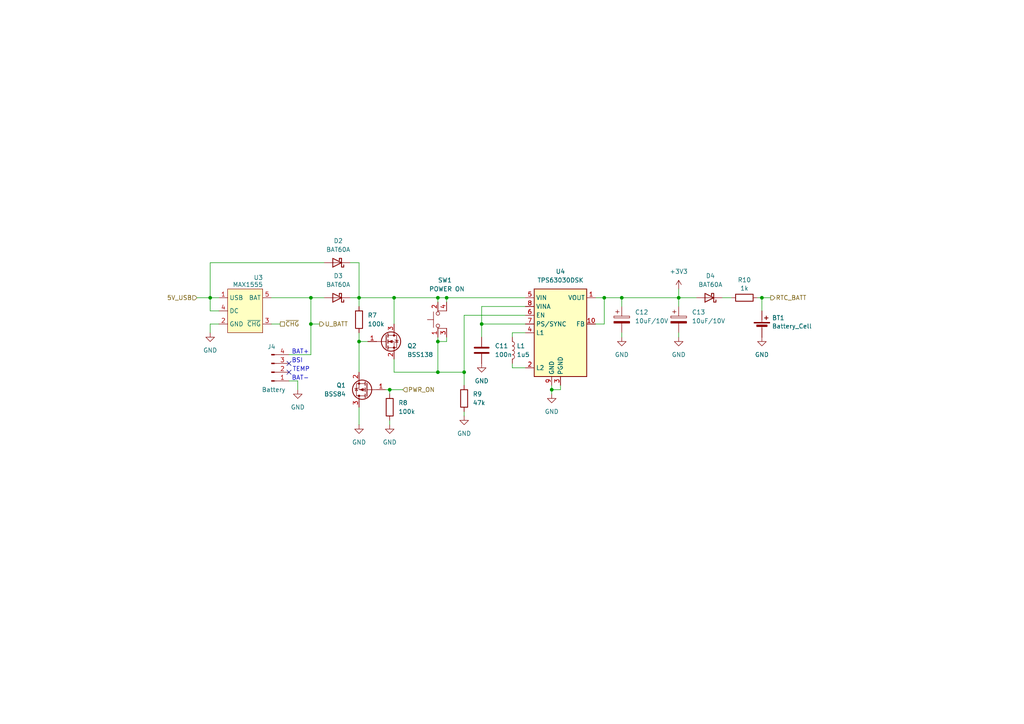
<source format=kicad_sch>
(kicad_sch (version 20231120) (generator "eeschema") (generator_version "8.0")
  (paper "A4")
  (title_block (title "Mainboard replacement for Nokia 3310") (date "25-10-2024") (rev "Rev A") (company "M17 Project") (comment 1 "Wojciech Kaczmarski, SP5WWP"))
  (lib_symbols
    (symbol "Connector:Conn_01x04_Pin" (pin_names (offset 1.016) hide)
      (property "Reference" "J" (at 0 5.08 0))
      (property "Value" "Conn_01x04_Pin" (at 0 -7.62 0))
      (symbol "Conn_01x04_Pin_1_1"
        (polyline (pts (xy 1.27 -5.08) (xy 0.8636 -5.08)) (stroke (width 0.1524)))
        (polyline (pts (xy 1.27 -2.54) (xy 0.8636 -2.54)) (stroke (width 0.1524)))
        (polyline (pts (xy 1.27 0) (xy 0.8636 0)) (stroke (width 0.1524)))
        (polyline (pts (xy 1.27 2.54) (xy 0.8636 2.54)) (stroke (width 0.1524)))
        (rectangle (start 0.8636 -4.953) (end 0 -5.207) (stroke (width 0.1524)) (fill (type outline)))
        (rectangle (start 0.8636 -2.413) (end 0 -2.667) (stroke (width 0.1524)) (fill (type outline)))
        (rectangle (start 0.8636 0.127) (end 0 -0.127) (stroke (width 0.1524)) (fill (type outline)))
        (rectangle (start 0.8636 2.667) (end 0 2.413) (stroke (width 0.1524)) (fill (type outline)))
        (pin passive line (at 5.08 2.54 180) (length 3.81) (name "Pin_1") (number "1"))
        (pin passive line (at 5.08 0 180) (length 3.81) (name "Pin_2") (number "2"))
        (pin passive line (at 5.08 -2.54 180) (length 3.81) (name "Pin_3") (number "3"))
        (pin passive line (at 5.08 -5.08 180) (length 3.81) (name "Pin_4") (number "4"))
      )
    )
    (symbol "Device:Battery_Cell" (pin_numbers hide) (pin_names (offset 0) hide)
      (property "Reference" "BT" (at 2.54 2.54 0))
      (property "Value" "Battery_Cell" (at 2.54 0 0))
      (symbol "Battery_Cell_0_1"
        (rectangle (start -2.286 1.778) (end 2.286 1.524) (fill (type outline)))
        (rectangle (start -1.524 1.016) (end 1.524 0.508) (fill (type outline)))
        (polyline (pts (xy 0 0.762) (xy 0 0)))
        (polyline (pts (xy 0 1.778) (xy 0 2.54)))
        (polyline (pts (xy 0.762 3.048) (xy 1.778 3.048)) (stroke (width 0.254)))
        (polyline (pts (xy 1.27 3.556) (xy 1.27 2.54)) (stroke (width 0.254)))
      )
      (symbol "Battery_Cell_1_1"
        (pin passive line (at 0 5.08 270) (length 2.54) (name "+") (number "1"))
        (pin passive line (at 0 -2.54 90) (length 2.54) (name "-") (number "2"))
      )
    )
    (symbol "Device:C" (pin_numbers hide) (pin_names (offset 0.254))
      (property "Reference" "C" (at 0.635 2.54 0))
      (property "Value" "C" (at 0.635 -2.54 0))
      (symbol "C_0_1"
        (polyline (pts (xy -2.032 -0.762) (xy 2.032 -0.762)) (stroke (width 0.508)))
        (polyline (pts (xy -2.032 0.762) (xy 2.032 0.762)) (stroke (width 0.508)))
      )
      (symbol "C_1_1"
        (pin passive line (at 0 3.81 270) (length 2.794) (name "~") (number "1"))
        (pin passive line (at 0 -3.81 90) (length 2.794) (name "~") (number "2"))
      )
    )
    (symbol "Device:C_Polarized" (pin_numbers hide) (pin_names (offset 0.254))
      (property "Reference" "C" (at 0.635 2.54 0))
      (property "Value" "C_Polarized" (at 0.635 -2.54 0))
      (symbol "C_Polarized_0_1"
        (rectangle (start -2.286 0.508) (end 2.286 1.016))
        (polyline (pts (xy -1.778 2.286) (xy -0.762 2.286)))
        (polyline (pts (xy -1.27 2.794) (xy -1.27 1.778)))
        (rectangle (start 2.286 -0.508) (end -2.286 -1.016) (fill (type outline)))
      )
      (symbol "C_Polarized_1_1"
        (pin passive line (at 0 3.81 270) (length 2.794) (name "~") (number "1"))
        (pin passive line (at 0 -3.81 90) (length 2.794) (name "~") (number "2"))
      )
    )
    (symbol "Device:L" (pin_numbers hide) (pin_names (offset 1.016) hide)
      (property "Reference" "L" (at -1.27 0 90))
      (property "Value" "L" (at 1.905 0 90))
      (symbol "L_0_1"
        (arc (start 0 -2.54) (mid 0.6323 -1.905) (end 0 -1.27))
        (arc (start 0 -1.27) (mid 0.6323 -0.635) (end 0 0))
        (arc (start 0 0) (mid 0.6323 0.635) (end 0 1.27))
        (arc (start 0 1.27) (mid 0.6323 1.905) (end 0 2.54))
      )
      (symbol "L_1_1"
        (pin passive line (at 0 3.81 270) (length 1.27) (name "1") (number "1"))
        (pin passive line (at 0 -3.81 90) (length 1.27) (name "2") (number "2"))
      )
    )
    (symbol "Device:R" (pin_numbers hide) (pin_names (offset 0))
      (property "Reference" "R" (at 2.032 0 90))
      (property "Value" "R" (at 0 0 90))
      (symbol "R_0_1"
        (rectangle (start -1.016 -2.54) (end 1.016 2.54) (stroke (width 0.254)))
      )
      (symbol "R_1_1"
        (pin passive line (at 0 3.81 270) (length 1.27) (name "~") (number "1"))
        (pin passive line (at 0 -3.81 90) (length 1.27) (name "~") (number "2"))
      )
    )
    (symbol "Diode:BAT60A" (pin_numbers hide) (pin_names (offset 1.016) hide)
      (property "Reference" "D" (at 0 2.54 0))
      (property "Value" "BAT60A" (at 0 -2.54 0))
      (symbol "BAT60A_0_1"
        (polyline (pts (xy 1.27 0) (xy -1.27 0)))
        (polyline (pts (xy 1.27 1.27) (xy 1.27 -1.27) (xy -1.27 0) (xy 1.27 1.27)) (stroke (width 0.254)))
        (polyline (pts (xy -1.905 0.635) (xy -1.905 1.27) (xy -1.27 1.27) (xy -1.27 -1.27) (xy -0.635 -1.27) (xy -0.635 -0.635)) (stroke (width 0.254)))
      )
      (symbol "BAT60A_1_1"
        (pin passive line (at -3.81 0 0) (length 2.54) (name "K") (number "1"))
        (pin passive line (at 3.81 0 180) (length 2.54) (name "A") (number "2"))
      )
    )
    (symbol "Parts:MAX1555"
      (property "Reference" "U" (at 5.334 0.508 0))
      (property "Value" "MAX1555" (at 0 -13.97 0))
      (symbol "MAX1555_1_1"
        (rectangle (start -5.08 0) (end 5.08 -12.7) (fill (type background)))
        (pin power_in line (at -7.62 -2.54 0) (length 2.54) (name "USB") (number "1"))
        (pin power_in line (at -7.62 -10.16 0) (length 2.54) (name "GND") (number "2"))
        (pin output line (at 7.62 -10.16 180) (length 2.54) (name "~{CHG}") (number "3"))
        (pin power_in line (at -7.62 -6.35 0) (length 2.54) (name "DC") (number "4"))
        (pin power_out line (at 7.62 -2.54 180) (length 2.54) (name "BAT") (number "5"))
      )
    )
    (symbol "Parts:SW_4_PIN" (pin_names (offset 1.016) hide)
      (property "Reference" "SW" (at 0.635 5.715 0))
      (property "Value" "SW_4_PIN" (at 0 -3.175 0))
      (symbol "SW_4_PIN_0_1"
        (circle (center -1.778 2.54) (radius 0.508))
        (polyline (pts (xy -2.286 3.81) (xy 2.286 3.81)))
        (polyline (pts (xy 0 3.81) (xy 0 5.588)))
        (polyline (pts (xy -2.54 0) (xy -2.54 2.54) (xy -2.286 2.54)))
        (polyline (pts (xy 2.54 0) (xy 2.54 2.54) (xy 2.286 2.54)))
        (circle (center 1.778 2.54) (radius 0.508))
        (pin passive line (at -5.08 2.54 0) (length 2.54) (name "1") (number "1"))
        (pin passive line (at 5.08 2.54 180) (length 2.54) (name "2") (number "2"))
        (pin passive line (at -5.08 0 0) (length 2.54) (name "K") (number "3"))
        (pin passive line (at 5.08 0 180) (length 2.54) (name "A") (number "4"))
      )
    )
    (symbol "Regulator_Switching:TPS63030DSK"
      (property "Reference" "U" (at -7.62 13.97 0))
      (property "Value" "TPS63030DSK" (at 5.08 13.97 0))
      (symbol "TPS63030DSK_0_1"
        (rectangle (start -7.62 12.7) (end 7.62 -12.7) (stroke (width 0.254)) (fill (type background)))
      )
      (symbol "TPS63030DSK_1_1"
        (pin power_out line (at 10.16 10.16 180) (length 2.54) (name "VOUT") (number "1"))
        (pin input line (at 10.16 2.54 180) (length 2.54) (name "FB") (number "10"))
        (pin passive line (at 0 -15.24 90) (length 2.54) hide (name "PGND") (number "11"))
        (pin input line (at -10.16 -10.16 0) (length 2.54) (name "L2") (number "2"))
        (pin power_in line (at 0 -15.24 90) (length 2.54) (name "PGND") (number "3"))
        (pin input line (at -10.16 0 0) (length 2.54) (name "L1") (number "4"))
        (pin power_in line (at -10.16 10.16 0) (length 2.54) (name "VIN") (number "5"))
        (pin input line (at -10.16 5.08 0) (length 2.54) (name "EN") (number "6"))
        (pin input line (at -10.16 2.54 0) (length 2.54) (name "PS/SYNC") (number "7"))
        (pin passive line (at -10.16 7.62 0) (length 2.54) (name "VINA") (number "8"))
        (pin power_in line (at -2.54 -15.24 90) (length 2.54) (name "GND") (number "9"))
      )
    )
    (symbol "Transistor_FET:BSS138" (pin_names hide)
      (property "Reference" "Q" (at 5.08 1.905 0))
      (property "Value" "BSS138" (at 5.08 0 0))
      (symbol "BSS138_0_1"
        (polyline (pts (xy 0.254 0) (xy -2.54 0)))
        (polyline (pts (xy 0.254 1.905) (xy 0.254 -1.905)) (stroke (width 0.254)))
        (polyline (pts (xy 0.762 -1.27) (xy 0.762 -2.286)) (stroke (width 0.254)))
        (polyline (pts (xy 0.762 0.508) (xy 0.762 -0.508)) (stroke (width 0.254)))
        (polyline (pts (xy 0.762 2.286) (xy 0.762 1.27)) (stroke (width 0.254)))
        (polyline (pts (xy 2.54 2.54) (xy 2.54 1.778)))
        (polyline (pts (xy 2.54 -2.54) (xy 2.54 0) (xy 0.762 0)))
        (polyline (pts (xy 0.762 -1.778) (xy 3.302 -1.778) (xy 3.302 1.778) (xy 0.762 1.778)))
        (polyline (pts (xy 1.016 0) (xy 2.032 0.381) (xy 2.032 -0.381) (xy 1.016 0)) (fill (type outline)))
        (polyline (pts (xy 2.794 0.508) (xy 2.921 0.381) (xy 3.683 0.381) (xy 3.81 0.254)))
        (polyline (pts (xy 3.302 0.381) (xy 2.921 -0.254) (xy 3.683 -0.254) (xy 3.302 0.381)))
        (circle (center 1.651 0) (radius 2.794) (stroke (width 0.254)))
        (circle (center 2.54 -1.778) (radius 0.254) (fill (type outline)))
        (circle (center 2.54 1.778) (radius 0.254) (fill (type outline)))
      )
      (symbol "BSS138_1_1"
        (pin input line (at -5.08 0 0) (length 2.54) (name "G") (number "1"))
        (pin passive line (at 2.54 -5.08 90) (length 2.54) (name "S") (number "2"))
        (pin passive line (at 2.54 5.08 270) (length 2.54) (name "D") (number "3"))
      )
    )
    (symbol "Transistor_FET:BSS84" (pin_names hide)
      (property "Reference" "Q" (at 5.08 1.905 0))
      (property "Value" "BSS84" (at 5.08 0 0))
      (symbol "BSS84_0_1"
        (polyline (pts (xy 0.254 0) (xy -2.54 0)))
        (polyline (pts (xy 0.254 1.905) (xy 0.254 -1.905)) (stroke (width 0.254)))
        (polyline (pts (xy 0.762 -1.27) (xy 0.762 -2.286)) (stroke (width 0.254)))
        (polyline (pts (xy 0.762 0.508) (xy 0.762 -0.508)) (stroke (width 0.254)))
        (polyline (pts (xy 0.762 2.286) (xy 0.762 1.27)) (stroke (width 0.254)))
        (polyline (pts (xy 2.54 2.54) (xy 2.54 1.778)))
        (polyline (pts (xy 2.54 -2.54) (xy 2.54 0) (xy 0.762 0)))
        (polyline (pts (xy 0.762 1.778) (xy 3.302 1.778) (xy 3.302 -1.778) (xy 0.762 -1.778)))
        (polyline (pts (xy 2.286 0) (xy 1.27 0.381) (xy 1.27 -0.381) (xy 2.286 0)) (fill (type outline)))
        (polyline (pts (xy 2.794 -0.508) (xy 2.921 -0.381) (xy 3.683 -0.381) (xy 3.81 -0.254)))
        (polyline (pts (xy 3.302 -0.381) (xy 2.921 0.254) (xy 3.683 0.254) (xy 3.302 -0.381)))
        (circle (center 1.651 0) (radius 2.794) (stroke (width 0.254)))
        (circle (center 2.54 -1.778) (radius 0.254) (fill (type outline)))
        (circle (center 2.54 1.778) (radius 0.254) (fill (type outline)))
      )
      (symbol "BSS84_1_1"
        (pin input line (at -5.08 0 0) (length 2.54) (name "G") (number "1"))
        (pin passive line (at 2.54 -5.08 90) (length 2.54) (name "S") (number "2"))
        (pin passive line (at 2.54 5.08 270) (length 2.54) (name "D") (number "3"))
      )
    )
    (symbol "power:+3V3" (power) (pin_numbers hide) (pin_names (offset 0) hide)
      (property "Value" "+3V3" (at 0 3.556 0))
      (symbol "+3V3_0_1"
        (polyline (pts (xy -0.762 1.27) (xy 0 2.54)))
        (polyline (pts (xy 0 0) (xy 0 2.54)))
        (polyline (pts (xy 0 2.54) (xy 0.762 1.27)))
      )
      (symbol "+3V3_1_1"
        (pin power_in line (at 0 0 90) (length 0) (name "~") (number "1"))
      )
    )
    (symbol "power:GND" (power) (pin_numbers hide) (pin_names (offset 0) hide)
      (property "Value" "GND" (at 0 -3.81 0))
      (symbol "GND_0_1"
        (polyline (pts (xy 0 0) (xy 0 -1.27) (xy 1.27 -1.27) (xy 0 -2.54) (xy -1.27 -1.27) (xy 0 -1.27)))
      )
      (symbol "GND_1_1"
        (pin power_in line (at 0 0 270) (length 0) (name "~") (number "1"))
      )
    )
  )
  (junction (at 113.03 113.03))
  (junction (at 139.7 93.98))
  (junction (at 134.62 107.95))
  (junction (at 175.26 86.36))
  (junction (at 104.14 99.06))
  (junction (at 127 99.06))
  (junction (at 114.3 86.36))
  (junction (at 160.02 113.03))
  (junction (at 196.85 86.36))
  (junction (at 127 107.95))
  (junction (at 127 86.36))
  (junction (at 220.98 86.36))
  (junction (at 90.17 86.36))
  (junction (at 90.17 93.98))
  (junction (at 60.96 86.36))
  (junction (at 180.34 86.36))
  (junction (at 104.14 86.36))
  (junction (at 129.54 86.36))
  (no_connect (at 83.82 105.41))
  (no_connect (at 83.82 107.95))
  (wire (pts (xy 111.76 113.03) (xy 113.03 113.03)))
  (wire (pts (xy 196.85 86.36) (xy 180.34 86.36)))
  (wire (pts (xy 60.96 86.36) (xy 63.5 86.36)))
  (wire (pts (xy 104.14 86.36) (xy 104.14 76.2)))
  (wire (pts (xy 196.85 86.36) (xy 201.93 86.36)))
  (wire (pts (xy 78.74 86.36) (xy 90.17 86.36)))
  (wire (pts (xy 57.15 86.36) (xy 60.96 86.36)))
  (wire (pts (xy 90.17 102.87) (xy 83.82 102.87)))
  (wire (pts (xy 127 107.95) (xy 134.62 107.95)))
  (wire (pts (xy 90.17 93.98) (xy 90.17 102.87)))
  (wire (pts (xy 148.59 96.52) (xy 148.59 97.79)))
  (wire (pts (xy 152.4 88.9) (xy 139.7 88.9)))
  (wire (pts (xy 127 99.06) (xy 127 107.95)))
  (wire (pts (xy 90.17 86.36) (xy 90.17 93.98)))
  (wire (pts (xy 129.54 97.79) (xy 129.54 99.06)))
  (wire (pts (xy 196.85 83.82) (xy 196.85 86.36)))
  (wire (pts (xy 104.14 86.36) (xy 114.3 86.36)))
  (wire (pts (xy 180.34 86.36) (xy 180.34 88.9)))
  (wire (pts (xy 104.14 99.06) (xy 104.14 107.95)))
  (wire (pts (xy 160.02 113.03) (xy 160.02 114.3)))
  (wire (pts (xy 175.26 93.98) (xy 175.26 86.36)))
  (wire (pts (xy 104.14 76.2) (xy 101.6 76.2)))
  (wire (pts (xy 114.3 86.36) (xy 127 86.36)))
  (wire (pts (xy 60.96 93.98) (xy 60.96 96.52)))
  (wire (pts (xy 113.03 121.92) (xy 113.03 123.19)))
  (wire (pts (xy 196.85 88.9) (xy 196.85 86.36)))
  (wire (pts (xy 106.68 99.06) (xy 104.14 99.06)))
  (wire (pts (xy 175.26 86.36) (xy 172.72 86.36)))
  (wire (pts (xy 162.56 113.03) (xy 160.02 113.03)))
  (wire (pts (xy 162.56 111.76) (xy 162.56 113.03)))
  (wire (pts (xy 63.5 90.17) (xy 60.96 90.17)))
  (wire (pts (xy 219.71 86.36) (xy 220.98 86.36)))
  (wire (pts (xy 152.4 91.44) (xy 134.62 91.44)))
  (wire (pts (xy 127 87.63) (xy 127 86.36)))
  (wire (pts (xy 209.55 86.36) (xy 212.09 86.36)))
  (wire (pts (xy 90.17 86.36) (xy 93.98 86.36)))
  (wire (pts (xy 129.54 87.63) (xy 129.54 86.36)))
  (wire (pts (xy 101.6 86.36) (xy 104.14 86.36)))
  (wire (pts (xy 60.96 76.2) (xy 60.96 86.36)))
  (wire (pts (xy 139.7 93.98) (xy 139.7 97.79)))
  (wire (pts (xy 172.72 93.98) (xy 175.26 93.98)))
  (wire (pts (xy 114.3 86.36) (xy 114.3 93.98)))
  (wire (pts (xy 104.14 99.06) (xy 104.14 96.52)))
  (wire (pts (xy 160.02 111.76) (xy 160.02 113.03)))
  (wire (pts (xy 220.98 86.36) (xy 223.52 86.36)))
  (wire (pts (xy 129.54 86.36) (xy 127 86.36)))
  (wire (pts (xy 196.85 97.79) (xy 196.85 96.52)))
  (wire (pts (xy 152.4 106.68) (xy 148.59 106.68)))
  (wire (pts (xy 93.98 76.2) (xy 60.96 76.2)))
  (wire (pts (xy 129.54 86.36) (xy 152.4 86.36)))
  (wire (pts (xy 113.03 113.03) (xy 116.84 113.03)))
  (wire (pts (xy 180.34 86.36) (xy 175.26 86.36)))
  (wire (pts (xy 148.59 106.68) (xy 148.59 105.41)))
  (wire (pts (xy 113.03 113.03) (xy 113.03 114.3)))
  (wire (pts (xy 86.36 110.49) (xy 86.36 113.03)))
  (wire (pts (xy 139.7 88.9) (xy 139.7 93.98)))
  (wire (pts (xy 104.14 118.11) (xy 104.14 123.19)))
  (wire (pts (xy 134.62 120.65) (xy 134.62 119.38)))
  (wire (pts (xy 114.3 104.14) (xy 114.3 107.95)))
  (wire (pts (xy 114.3 107.95) (xy 127 107.95)))
  (wire (pts (xy 78.74 93.98) (xy 81.28 93.98)))
  (wire (pts (xy 139.7 93.98) (xy 152.4 93.98)))
  (wire (pts (xy 127 99.06) (xy 127 97.79)))
  (wire (pts (xy 180.34 97.79) (xy 180.34 96.52)))
  (wire (pts (xy 90.17 93.98) (xy 92.71 93.98)))
  (wire (pts (xy 134.62 107.95) (xy 134.62 111.76)))
  (wire (pts (xy 220.98 86.36) (xy 220.98 90.17)))
  (wire (pts (xy 134.62 91.44) (xy 134.62 107.95)))
  (wire (pts (xy 83.82 110.49) (xy 86.36 110.49)))
  (wire (pts (xy 152.4 96.52) (xy 148.59 96.52)))
  (wire (pts (xy 104.14 86.36) (xy 104.14 88.9)))
  (wire (pts (xy 63.5 93.98) (xy 60.96 93.98)))
  (wire (pts (xy 60.96 90.17) (xy 60.96 86.36)))
  (wire (pts (xy 129.54 99.06) (xy 127 99.06)))
  (text "BAT+" (at 84.582 102.108 0) (effects (font (size 1.27 1.27)) (justify left)))
  (text "BAT-" (at 84.582 109.728 0) (effects (font (size 1.27 1.27)) (justify left)))
  (text "TEMP" (at 84.836 107.188 0) (effects (font (size 1.27 1.27)) (justify left)))
  (text "BSI" (at 84.582 104.648 0) (effects (font (size 1.27 1.27)) (justify left)))
  (hierarchical_label "RTC_BATT" (shape output) (at 223.52 86.36 0))
  (hierarchical_label "5V_USB" (shape input) (at 57.15 86.36 180))
  (hierarchical_label "~{CHG}" (shape passive) (at 81.28 93.98 0))
  (hierarchical_label "PWR_ON" (shape input) (at 116.84 113.03 0))
  (hierarchical_label "U_BATT" (shape output) (at 92.71 93.98 0))
  (symbol (lib_id "power:GND") (at 196.85 97.79 0) (unit 1)
    (property "Reference" "#PWR032" (effects (hide yes)))
    (property "Value" "GND" (at 196.85 102.87 0))
    (property "Description" "Power symbol creates a global label with name \"GND\" , ground" (effects (hide yes)))
  )
  (symbol (lib_id "Parts:MAX1555") (at 71.12 83.82 0) (unit 1)
    (property "Reference" "U3" (at 74.93 80.518 0))
    (property "Value" "MAX1555" (at 71.882 82.55 0))
    (property "Footprint" "Package_TO_SOT_SMD:TSOT-23-5" (effects (hide yes)))
    (property "PN" "700-MAX1555EZK+T" (effects (hide yes)))
    (property "MPN" "700-MAX1555EZK+T" (effects (hide yes)))
  )
  (symbol (lib_id "Device:R") (at 113.03 118.11 180) (unit 1)
    (property "Reference" "R8" (at 115.5304 116.8399 0) (effects (justify right)))
    (property "Value" "100k" (at 115.5304 119.3799 0) (effects (justify right)))
    (property "Footprint" "Inductor_SMD:L_0805_2012Metric" (effects (hide yes)))
    (property "Description" "Resistor" (effects (hide yes)))
  )
  (symbol (lib_id "power:GND") (at 220.98 97.79 0) (unit 1)
    (property "Reference" "#PWR033" (effects (hide yes)))
    (property "Value" "GND" (at 220.98 102.87 0))
    (property "Description" "Power symbol creates a global label with name \"GND\" , ground" (effects (hide yes)))
  )
  (symbol (lib_id "Regulator_Switching:TPS63030DSK") (at 162.56 96.52 0) (unit 1)
    (property "Reference" "U4" (at 162.56 78.74 0))
    (property "Value" "TPS63030DSK" (at 162.56 81.28 0))
    (property "Footprint" "Package_SON:WSON-10-1EP_2.5x2.5mm_P0.5mm_EP1.2x2mm" (effects (hide yes)))
    (property "Datasheet" "http://www.ti.com/lit/ds/symlink/tps63030.pdf" (effects (hide yes)))
    (property "Description" "Buck-Boost Converter, 1.8-5.5V Input Voltage, 1A Switch Current, Adjustable Output Voltage, VSON-10 (DSK0010A)" (effects (hide yes)))
  )
  (symbol (lib_id "Diode:BAT60A") (at 97.79 76.2 180) (unit 1)
    (property "Reference" "D2" (at 98.1075 69.85 0))
    (property "Value" "BAT60A" (at 98.1075 72.39 0))
    (property "Footprint" "Diode_SMD:D_SOD-323" (effects (hide yes)))
    (property "Datasheet" "https://www.infineon.com/dgdl/Infineon-BAT60ASERIES-DS-v01_01-en.pdf?fileId=db3a304313d846880113def70c9304a9" (effects (hide yes)))
    (property "Description" "10V 3A High Current Recitifier Schottky Diode, SOD-323" (effects (hide yes)))
    (property "PN" "726-BAT60AE6327HTSA1" (effects (hide yes)))
    (property "MPN" "726-BAT60AE6327HTSA1" (effects (hide yes)))
  )
  (symbol (lib_id "Device:R") (at 134.62 115.57 180) (unit 1)
    (property "Reference" "R9" (at 137.1204 114.2999 0) (effects (justify right)))
    (property "Value" "47k" (at 137.1204 116.8399 0) (effects (justify right)))
    (property "Footprint" "Inductor_SMD:L_0805_2012Metric" (effects (hide yes)))
    (property "Description" "Resistor" (effects (hide yes)))
  )
  (symbol (lib_id "Device:L") (at 148.59 101.6 0) (unit 1)
    (property "Reference" "L1" (at 149.86 100.3299 0) (effects (justify left)))
    (property "Value" "1u5" (at 149.86 102.8699 0) (effects (justify left)))
    (property "Footprint" "Inductor_SMD:L_1210_3225Metric" (effects (hide yes)))
    (property "Description" "Inductor" (effects (hide yes)))
    (property "PN" "963-LBC3225T1R5MR" (effects (hide yes)))
    (property "MPN" "963-LBC3225T1R5MR" (effects (hide yes)))
  )
  (symbol (lib_id "Connector:Conn_01x04_Pin") (at 78.74 107.95 0) (mirror x) (unit 1)
    (property "Reference" "J4" (at 78.74 100.584 0))
    (property "Value" "Battery" (at 79.375 113.03 0))
    (property "Description" "Generic connector, single row, 01x04, script generated" (effects (hide yes)))
  )
  (symbol (lib_id "power:GND") (at 104.14 123.19 0) (unit 1)
    (property "Reference" "#PWR025" (effects (hide yes)))
    (property "Value" "GND" (at 104.14 128.27 0))
    (property "Description" "Power symbol creates a global label with name \"GND\" , ground" (effects (hide yes)))
  )
  (symbol (lib_id "Transistor_FET:BSS138") (at 111.76 99.06 0) (unit 1)
    (property "Reference" "Q2" (at 118.11 100.33 0) (effects (justify left)))
    (property "Value" "BSS138" (at 118.11 102.87 0) (effects (justify left)))
    (property "Footprint" "Package_TO_SOT_SMD:SOT-23" (effects (hide yes)))
    (property "Datasheet" "https://www.onsemi.com/pub/Collateral/BSS138-D.PDF" (effects (hide yes)))
    (property "Description" "50V Vds, 0.22A Id, N-Channel MOSFET, SOT-23" (effects (hide yes)))
  )
  (symbol (lib_id "Device:C") (at 139.7 101.6 180) (unit 1)
    (property "Reference" "C11" (at 143.51 100.3299 0) (effects (justify right)))
    (property "Value" "100n" (at 143.51 102.8699 0) (effects (justify right)))
    (property "Footprint" "Capacitor_SMD:C_0805_2012Metric" (effects (hide yes)))
    (property "Description" "Unpolarized capacitor" (effects (hide yes)))
  )
  (symbol (lib_id "power:GND") (at 139.7 105.41 0) (unit 1)
    (property "Reference" "#PWR028" (effects (hide yes)))
    (property "Value" "GND" (at 139.7 110.49 0))
    (property "Description" "Power symbol creates a global label with name \"GND\" , ground" (effects (hide yes)))
  )
  (symbol (lib_id "power:GND") (at 86.36 113.03 0) (unit 1)
    (property "Reference" "#PWR024" (effects (hide yes)))
    (property "Value" "GND" (at 86.36 118.11 0))
    (property "Description" "Power symbol creates a global label with name \"GND\" , ground" (effects (hide yes)))
  )
  (symbol (lib_id "Device:Battery_Cell") (at 220.98 95.25 0) (unit 1)
    (property "Reference" "BT1" (at 223.901 92.1963 0) (effects (justify left)))
    (property "Value" "Battery_Cell" (at 223.901 94.6206 0) (effects (justify left)))
    (property "Description" "Single-cell battery" (effects (hide yes)))
  )
  (symbol (lib_id "power:GND") (at 160.02 114.3 0) (unit 1)
    (property "Reference" "#PWR029" (effects (hide yes)))
    (property "Value" "GND" (at 160.02 119.38 0))
    (property "Description" "Power symbol creates a global label with name \"GND\" , ground" (effects (hide yes)))
  )
  (symbol (lib_id "Diode:BAT60A") (at 97.79 86.36 180) (unit 1)
    (property "Reference" "D3" (at 98.1075 80.01 0))
    (property "Value" "BAT60A" (at 98.1075 82.55 0))
    (property "Footprint" "Diode_SMD:D_SOD-323" (effects (hide yes)))
    (property "Datasheet" "https://www.infineon.com/dgdl/Infineon-BAT60ASERIES-DS-v01_01-en.pdf?fileId=db3a304313d846880113def70c9304a9" (effects (hide yes)))
    (property "Description" "10V 3A High Current Recitifier Schottky Diode, SOD-323" (effects (hide yes)))
    (property "MPN" "726-BAT60AE6327HTSA1" (effects (hide yes)))
    (property "PN" "726-BAT60AE6327HTSA1" (effects (hide yes)))
  )
  (symbol (lib_id "Device:R") (at 104.14 92.71 180) (unit 1)
    (property "Reference" "R7" (at 106.6404 91.4399 0) (effects (justify right)))
    (property "Value" "100k" (at 106.6404 93.9799 0) (effects (justify right)))
    (property "Footprint" "Inductor_SMD:L_0805_2012Metric" (effects (hide yes)))
    (property "Description" "Resistor" (effects (hide yes)))
  )
  (symbol (lib_id "Device:C_Polarized") (at 196.85 92.71 0) (unit 1)
    (property "Reference" "C13" (at 200.66 90.5509 0) (effects (justify left)))
    (property "Value" "10uF/10V" (at 200.66 93.0909 0) (effects (justify left)))
    (property "Footprint" "Capacitor_Tantalum_SMD:CP_EIA-3528-21_Kemet-B" (effects (hide yes)))
    (property "Description" "Polarized capacitor" (effects (hide yes)))
    (property "PN" "581-TAJB106K010SNJ" (effects (hide yes)))
    (property "MPN" "581-TAJB106K010SNJ" (effects (hide yes)))
  )
  (symbol (lib_id "power:GND") (at 134.62 120.65 0) (unit 1)
    (property "Reference" "#PWR027" (effects (hide yes)))
    (property "Value" "GND" (at 134.62 125.73 0))
    (property "Description" "Power symbol creates a global label with name \"GND\" , ground" (effects (hide yes)))
  )
  (symbol (lib_id "power:GND") (at 180.34 97.79 0) (unit 1)
    (property "Reference" "#PWR030" (effects (hide yes)))
    (property "Value" "GND" (at 180.34 102.87 0))
    (property "Description" "Power symbol creates a global label with name \"GND\" , ground" (effects (hide yes)))
  )
  (symbol (lib_id "Diode:BAT60A") (at 205.74 86.36 180) (unit 1)
    (property "Reference" "D4" (at 206.0575 80.01 0))
    (property "Value" "BAT60A" (at 206.0575 82.55 0))
    (property "Footprint" "Diode_SMD:D_SOD-323" (effects (hide yes)))
    (property "Datasheet" "https://www.infineon.com/dgdl/Infineon-BAT60ASERIES-DS-v01_01-en.pdf?fileId=db3a304313d846880113def70c9304a9" (effects (hide yes)))
    (property "Description" "10V 3A High Current Recitifier Schottky Diode, SOD-323" (effects (hide yes)))
    (property "PN" "726-BAT60AE6327HTSA1" (effects (hide yes)))
    (property "MPN" "726-BAT60AE6327HTSA1" (effects (hide yes)))
  )
  (symbol (lib_id "Device:C_Polarized") (at 180.34 92.71 0) (unit 1)
    (property "Reference" "C12" (at 184.15 90.5509 0) (effects (justify left)))
    (property "Value" "10uF/10V" (at 184.15 93.0909 0) (effects (justify left)))
    (property "Footprint" "Capacitor_Tantalum_SMD:CP_EIA-3528-21_Kemet-B" (effects (hide yes)))
    (property "Description" "Polarized capacitor" (effects (hide yes)))
    (property "PN" "581-TAJB106K010SNJ" (effects (hide yes)))
    (property "MPN" "581-TAJB106K010SNJ" (effects (hide yes)))
  )
  (symbol (lib_id "Parts:SW_4_PIN") (at 129.54 92.71 90) (unit 1)
    (property "Reference" "SW1" (at 127 81.28 90) (effects (justify right)))
    (property "Value" "POWER ON" (at 124.46 83.82 90) (effects (justify right)))
    (property "Footprint" "Parts:SIDE PUSH 2.2NF 4.7x3.2x1.65mm" (effects (hide yes)))
    (property "PN" "667-EVQ-PUA02K" (effects (hide yes)))
    (property "MPN" "667-EVQ-PUA02K" (effects (hide yes)))
  )
  (symbol (lib_id "power:+3V3") (at 196.85 83.82 0) (unit 1)
    (property "Reference" "#PWR031" (effects (hide yes)))
    (property "Value" "+3V3" (at 196.85 78.74 0))
    (property "Description" "Power symbol creates a global label with name \"+3V3\"" (effects (hide yes)))
  )
  (symbol (lib_id "Transistor_FET:BSS84") (at 106.68 113.03 180) (unit 1)
    (property "Reference" "Q1" (at 100.33 111.7599 0) (effects (justify left)))
    (property "Value" "BSS84" (at 100.33 114.2999 0) (effects (justify left)))
    (property "Footprint" "Package_TO_SOT_SMD:SOT-23" (effects (hide yes)))
    (property "Datasheet" "http://assets.nexperia.com/documents/data-sheet/BSS84.pdf" (effects (hide yes)))
    (property "Description" "-0.13A Id, -50V Vds, P-Channel MOSFET, SOT-23" (effects (hide yes)))
  )
  (symbol (lib_id "Device:R") (at 215.9 86.36 270) (unit 1)
    (property "Reference" "R10" (at 215.9 81.1995 90))
    (property "Value" "1k" (at 215.9 83.6238 90))
    (property "Footprint" "Inductor_SMD:L_0805_2012Metric" (effects (hide yes)))
    (property "Description" "Resistor" (effects (hide yes)))
  )
  (symbol (lib_id "power:GND") (at 60.96 96.52 0) (unit 1)
    (property "Reference" "#PWR023" (effects (hide yes)))
    (property "Value" "GND" (at 60.96 101.6 0))
    (property "Description" "Power symbol creates a global label with name \"GND\" , ground" (effects (hide yes)))
  )
  (symbol (lib_id "power:GND") (at 113.03 123.19 0) (unit 1)
    (property "Reference" "#PWR026" (effects (hide yes)))
    (property "Value" "GND" (at 113.03 128.27 0))
    (property "Description" "Power symbol creates a global label with name \"GND\" , ground" (effects (hide yes)))
  )
)
</source>
